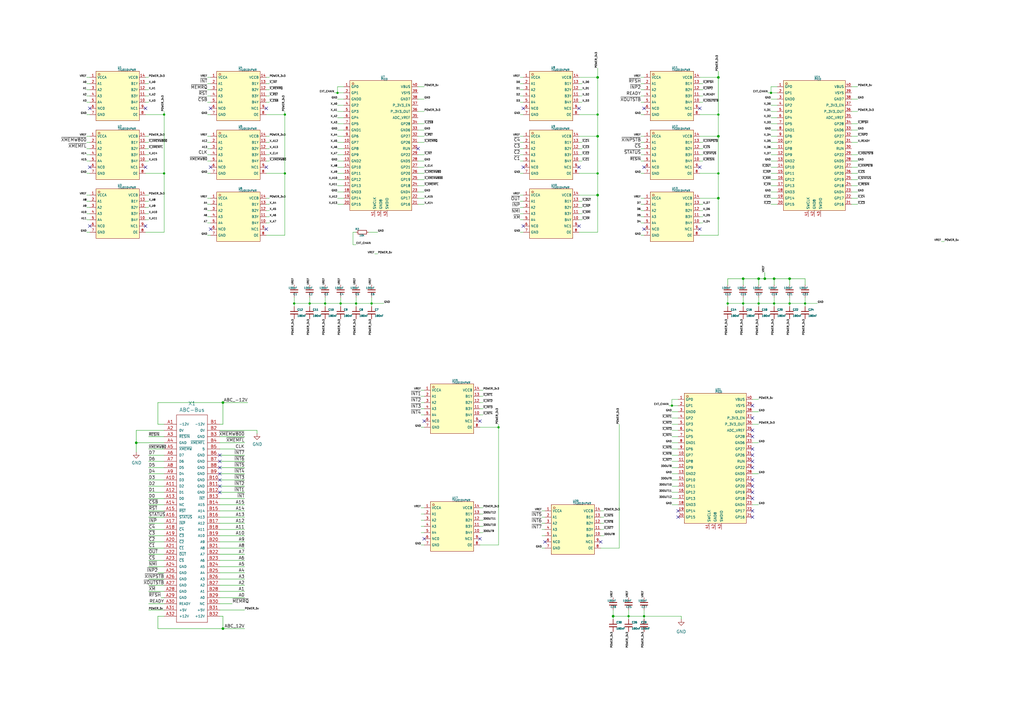
<source format=kicad_sch>
(kicad_sch
	(version 20250114)
	(generator "eeschema")
	(generator_version "9.0")
	(uuid "219df102-d28d-b743-245e-efc9439ef913")
	(paper "A3")
	(title_block
		(title "4680 LOGIC ANALYZER")
		(date "2025-09-29")
	)
	
	(junction
		(at 152.4 124.46)
		(diameter 0.762)
		(color 0 0 0 0)
		(uuid "042cc238-85ec-8300-e122-287d90dace06")
	)
	(junction
		(at 127 124.46)
		(diameter 0.762)
		(color 0 0 0 0)
		(uuid "1389c834-84ca-0b39-19be-946531520b9c")
	)
	(junction
		(at 55.88 181.61)
		(diameter 0)
		(color 0 0 0 0)
		(uuid "1e567a73-6efa-46e8-a9fe-8d39ff3a9c3d")
	)
	(junction
		(at 67.31 71.12)
		(diameter 0.762)
		(color 0 0 0 0)
		(uuid "2c53c86b-2f71-7ff7-88a2-6d117e56c654")
	)
	(junction
		(at 245.11 46.99)
		(diameter 0.762)
		(color 0 0 0 0)
		(uuid "2dc3a48d-3d42-43b1-a3c5-b1e94875dc70")
	)
	(junction
		(at 304.8 114.3)
		(diameter 0)
		(color 0 0 0 0)
		(uuid "2e56b4df-28ee-467a-afe9-f12e702d4017")
	)
	(junction
		(at 120.65 124.46)
		(diameter 0.762)
		(color 0 0 0 0)
		(uuid "2fa001f2-7827-bfc1-e04d-2b9e5f8f7d0f")
	)
	(junction
		(at 323.85 124.46)
		(diameter 0.762)
		(color 0 0 0 0)
		(uuid "34e50a99-49e1-449c-9e53-1d00c76d3d3d")
	)
	(junction
		(at 294.64 71.12)
		(diameter 0.762)
		(color 0 0 0 0)
		(uuid "3822c205-e5ce-4a0c-9944-39d6e154ee5b")
	)
	(junction
		(at 316.23 38.1)
		(diameter 0.762)
		(color 0 0 0 0)
		(uuid "3cacff9c-50d4-4e1f-b9e3-59364b758a5c")
	)
	(junction
		(at 91.44 257.81)
		(diameter 0)
		(color 0 0 0 0)
		(uuid "3cd236a6-4642-406a-bf9b-2df18be4cb23")
	)
	(junction
		(at 317.5 114.3)
		(diameter 0)
		(color 0 0 0 0)
		(uuid "40c8c057-a33b-4f7f-a7e0-413f683a6065")
	)
	(junction
		(at 139.7 124.46)
		(diameter 0.762)
		(color 0 0 0 0)
		(uuid "4177fddd-9575-740c-fedf-0b73e81dc483")
	)
	(junction
		(at 91.44 165.1)
		(diameter 0)
		(color 0 0 0 0)
		(uuid "65d440c0-c664-48c8-a0fc-18c335761bfe")
	)
	(junction
		(at 116.84 46.99)
		(diameter 0.762)
		(color 0 0 0 0)
		(uuid "670b72cf-67ef-f1a3-194d-80aadb79d309")
	)
	(junction
		(at 245.11 80.01)
		(diameter 0)
		(color 0 0 0 0)
		(uuid "6ed0b93a-5d69-47d7-94aa-da23b195c42f")
	)
	(junction
		(at 116.84 71.12)
		(diameter 0.762)
		(color 0 0 0 0)
		(uuid "72b993db-2638-e0a8-9adf-6baf8ee160c8")
	)
	(junction
		(at 294.64 55.88)
		(diameter 0)
		(color 0 0 0 0)
		(uuid "732254a6-db38-471e-8f08-618949667ce8")
	)
	(junction
		(at 311.15 114.3)
		(diameter 0)
		(color 0 0 0 0)
		(uuid "7398a49b-acdf-4769-8501-dd230ffc9ac8")
	)
	(junction
		(at 245.11 55.88)
		(diameter 0)
		(color 0 0 0 0)
		(uuid "8069843e-6cfc-4db8-8b2b-cfcbcf3b9db3")
	)
	(junction
		(at 317.5 124.46)
		(diameter 0.762)
		(color 0 0 0 0)
		(uuid "8136187f-6662-40ed-b0e4-cc39feb412ba")
	)
	(junction
		(at 257.81 252.73)
		(diameter 0.762)
		(color 0 0 0 0)
		(uuid "8885f51f-a6bb-4530-aa1b-cc2c62999697")
	)
	(junction
		(at 251.46 252.73)
		(diameter 0)
		(color 0 0 0 0)
		(uuid "8a9e453a-6419-4a5c-b066-ae0c3ac0b25c")
	)
	(junction
		(at 294.64 81.28)
		(diameter 0)
		(color 0 0 0 0)
		(uuid "9097707a-8f10-43ab-a56f-711be1fb5297")
	)
	(junction
		(at 294.64 31.75)
		(diameter 0)
		(color 0 0 0 0)
		(uuid "9b0374bd-90c9-4067-90db-698e8de7473c")
	)
	(junction
		(at 133.35 124.46)
		(diameter 0.762)
		(color 0 0 0 0)
		(uuid "9b3f248e-6d28-c8e5-b879-5039bcaad69e")
	)
	(junction
		(at 330.2 124.46)
		(diameter 0.762)
		(color 0 0 0 0)
		(uuid "9eacc73c-87bb-46d2-8140-51c9bf0bb918")
	)
	(junction
		(at 245.11 71.12)
		(diameter 0.762)
		(color 0 0 0 0)
		(uuid "aafdf8e4-9b8d-4022-be79-b4a4c0a76a07")
	)
	(junction
		(at 204.47 175.26)
		(diameter 0.762)
		(color 0 0 0 0)
		(uuid "af8c76b0-9347-4bec-b882-2712121cdf7d")
	)
	(junction
		(at 67.31 46.99)
		(diameter 0.762)
		(color 0 0 0 0)
		(uuid "b1e64ff5-77c7-96e9-8dc5-d0646f6efa27")
	)
	(junction
		(at 298.45 124.46)
		(diameter 0.762)
		(color 0 0 0 0)
		(uuid "b3584922-99e2-46ca-8643-8b505788c4df")
	)
	(junction
		(at 323.85 114.3)
		(diameter 0)
		(color 0 0 0 0)
		(uuid "b42d1c9a-5fd9-4130-867d-808997eabfe8")
	)
	(junction
		(at 294.64 46.99)
		(diameter 0.762)
		(color 0 0 0 0)
		(uuid "d7cf6443-1e3e-417e-9822-79dd4e386330")
	)
	(junction
		(at 146.05 124.46)
		(diameter 0.762)
		(color 0 0 0 0)
		(uuid "dda76ac0-10c5-ad15-8d1f-706fe933c410")
	)
	(junction
		(at 313.69 114.3)
		(diameter 0)
		(color 0 0 0 0)
		(uuid "f3b63344-1440-4c90-a477-c35fc09b881f")
	)
	(junction
		(at 304.8 124.46)
		(diameter 0.762)
		(color 0 0 0 0)
		(uuid "f6c9a5cc-982f-4bcb-926f-4f8f7da0fc05")
	)
	(junction
		(at 275.59 166.37)
		(diameter 0.762)
		(color 0 0 0 0)
		(uuid "f779fcf2-41fd-45de-bd39-65e6e6c81cec")
	)
	(junction
		(at 245.11 31.75)
		(diameter 0)
		(color 0 0 0 0)
		(uuid "f98a04d7-3349-460d-9e94-084be8e347e0")
	)
	(junction
		(at 138.43 38.1)
		(diameter 0.762)
		(color 0 0 0 0)
		(uuid "fb0dd6c2-06e5-8eec-6601-e86889114df2")
	)
	(junction
		(at 264.16 252.73)
		(diameter 0.762)
		(color 0 0 0 0)
		(uuid "fc8d4b7f-6623-4135-93a2-c311d86377a5")
	)
	(junction
		(at 311.15 124.46)
		(diameter 0.762)
		(color 0 0 0 0)
		(uuid "fd9fee67-93df-41a4-be2c-75e307e42c24")
	)
	(no_connect
		(at 237.49 44.45)
		(uuid "0822c10d-77b0-48f8-a879-b1bf7685e9f8")
	)
	(no_connect
		(at 196.85 172.72)
		(uuid "0e620c73-e011-462b-b52b-25beced29f9b")
	)
	(no_connect
		(at 173.99 172.72)
		(uuid "0e64376b-66d8-4722-9a32-8d2b78b54b44")
	)
	(no_connect
		(at 109.22 68.58)
		(uuid "0f36d4a8-ca1d-482a-b788-8140910169c4")
	)
	(no_connect
		(at 86.36 44.45)
		(uuid "1705e63e-2635-42bb-8e5d-84981c36774d")
	)
	(no_connect
		(at 308.61 212.09)
		(uuid "17f7a7c2-a839-49eb-998e-a30f5db0a4e3")
	)
	(no_connect
		(at 308.61 204.47)
		(uuid "1e3c2443-a245-4efd-bdd3-ab41079c20ea")
	)
	(no_connect
		(at 36.83 44.45)
		(uuid "2184c91e-6e19-4040-8725-8ce50213a970")
	)
	(no_connect
		(at 308.61 209.55)
		(uuid "26584e72-d846-4250-82a9-68597cf00dde")
	)
	(no_connect
		(at 86.36 68.58)
		(uuid "2ec41176-5037-4ca2-b729-937ba41985d4")
	)
	(no_connect
		(at 59.69 68.58)
		(uuid "359d1721-d496-4d2a-90aa-d900cac8f15d")
	)
	(no_connect
		(at 196.85 220.98)
		(uuid "37509411-aa4e-4e06-b09e-b52472347efc")
	)
	(no_connect
		(at 287.02 93.98)
		(uuid "3af4395f-9c92-45d3-83b1-b674f3938364")
	)
	(no_connect
		(at 36.83 92.71)
		(uuid "3f9e6669-3865-4710-934a-66be0818989b")
	)
	(no_connect
		(at 223.52 222.25)
		(uuid "41eabf9d-a9a2-4554-812f-03e181d95ea9")
	)
	(no_connect
		(at 287.02 44.45)
		(uuid "431b9770-9818-48c4-a230-4f0f1c92a169")
	)
	(no_connect
		(at 278.13 212.09)
		(uuid "43b7d455-9305-4ce3-84aa-4b236903dfab")
	)
	(no_connect
		(at 237.49 92.71)
		(uuid "49ab0fb7-37c5-4625-85bd-641f13bf5946")
	)
	(no_connect
		(at 109.22 93.98)
		(uuid "4cb375db-f1ef-438b-a00f-67c0ef004d11")
	)
	(no_connect
		(at 308.61 166.37)
		(uuid "59a02989-1d74-4b6d-ad42-e8246fb0c298")
	)
	(no_connect
		(at 308.61 201.93)
		(uuid "62d5e7a1-6846-452e-8bfa-a8f1c4097a84")
	)
	(no_connect
		(at 308.61 196.85)
		(uuid "659874a1-52c4-4af7-9e4b-6bb34690e802")
	)
	(no_connect
		(at 308.61 191.77)
		(uuid "6cc61040-0e62-4144-a056-bbb94a20c7da")
	)
	(no_connect
		(at 264.16 93.98)
		(uuid "6e55a3cb-c4ee-4eba-a946-b49b777b6f9a")
	)
	(no_connect
		(at 86.36 93.98)
		(uuid "72870677-8e39-43a4-9cd5-5ebace71ebc6")
	)
	(no_connect
		(at 264.16 44.45)
		(uuid "734ef6eb-cbbe-44ff-8d9a-83838dfce754")
	)
	(no_connect
		(at 90.17 194.31)
		(uuid "73ef7991-ed6a-48fa-886a-426c99aa9de7")
	)
	(no_connect
		(at 173.99 220.98)
		(uuid "7dec353e-12ab-40a0-87bf-fc333a88ec0f")
	)
	(no_connect
		(at 90.17 199.39)
		(uuid "891a5847-ece7-45c5-a344-fa4b56ea17dd")
	)
	(no_connect
		(at 36.83 68.58)
		(uuid "8f4d880f-9c4f-4dbc-a996-3106dc92f070")
	)
	(no_connect
		(at 59.69 92.71)
		(uuid "9608ff4c-80f8-40f7-86d9-21bdc524fd16")
	)
	(no_connect
		(at 308.61 171.45)
		(uuid "981a1154-0c24-4e71-a2b0-75735f628b09")
	)
	(no_connect
		(at 278.13 209.55)
		(uuid "9c31671a-067c-4045-bbcc-057d3af0dc84")
	)
	(no_connect
		(at 90.17 196.85)
		(uuid "a62428fe-ef09-4278-86f3-e7e5395df2b2")
	)
	(no_connect
		(at 214.63 92.71)
		(uuid "a876b991-d223-4522-9af9-ea970013fafb")
	)
	(no_connect
		(at 90.17 189.23)
		(uuid "acf0c9d1-65fa-49d6-8031-33e9aa20f888")
	)
	(no_connect
		(at 109.22 44.45)
		(uuid "b1a00071-22b3-40e1-9dc5-73bb2b4dc23b")
	)
	(no_connect
		(at 308.61 179.07)
		(uuid "b57749c9-0d4e-4f9d-9c29-c473bc5910f9")
	)
	(no_connect
		(at 214.63 44.45)
		(uuid "bae310b7-c62e-4c2f-8889-f1fdb6b5ba6b")
	)
	(no_connect
		(at 308.61 189.23)
		(uuid "bdd1ebc3-7078-4d97-947f-1c9c5c85d0b0")
	)
	(no_connect
		(at 308.61 176.53)
		(uuid "c0142cd3-c9d9-47be-b2ca-6791de958dda")
	)
	(no_connect
		(at 59.69 44.45)
		(uuid "c0937799-7866-4dcc-8a7e-1106e4539df5")
	)
	(no_connect
		(at 308.61 184.15)
		(uuid "c2d87e96-5e08-4f08-ba3c-6c355a17bde2")
	)
	(no_connect
		(at 214.63 68.58)
		(uuid "d02b8622-0f80-41b7-984f-888b5e2c8970")
	)
	(no_connect
		(at 308.61 186.69)
		(uuid "d6a1015b-19f9-44c9-9476-ff5a737442a5")
	)
	(no_connect
		(at 171.45 60.96)
		(uuid "d80f912e-668a-46f7-a8da-e2c77c6c4917")
	)
	(no_connect
		(at 90.17 186.69)
		(uuid "f0f6ac35-bfdd-4cec-ad58-2064aff0408d")
	)
	(no_connect
		(at 264.16 68.58)
		(uuid "f30fe8da-f449-40a3-a282-0759c39ddb7d")
	)
	(no_connect
		(at 237.49 68.58)
		(uuid "f5855b53-ed69-46cc-ba90-a0014dde182b")
	)
	(no_connect
		(at 90.17 191.77)
		(uuid "f63af734-de6c-45a4-aa10-11702565f8f1")
	)
	(no_connect
		(at 246.38 222.25)
		(uuid "f7a9f0ee-ed07-4c4e-8e71-e193379b9680")
	)
	(no_connect
		(at 90.17 201.93)
		(uuid "fd56f66a-d2d9-4985-84bb-9c8b99d5544e")
	)
	(no_connect
		(at 308.61 199.39)
		(uuid "ff4f4196-8feb-4ea4-a9d7-90493f2f597d")
	)
	(no_connect
		(at 287.02 68.58)
		(uuid "ff932043-9711-42b4-8bda-67b58601446b")
	)
	(wire
		(pts
			(xy 35.56 55.88) (xy 36.83 55.88)
		)
		(stroke
			(width 0.127)
			(type default)
		)
		(uuid "0028a3d3-dc29-2665-6960-d1081c2e160f")
	)
	(wire
		(pts
			(xy 172.72 160.02) (xy 173.99 160.02)
		)
		(stroke
			(width 0.127)
			(type default)
		)
		(uuid "0098c1a6-d429-43a7-971d-b0b788091590")
	)
	(wire
		(pts
			(xy 349.25 83.82) (xy 351.79 83.82)
		)
		(stroke
			(width 0.127)
			(type default)
		)
		(uuid "00f859e6-6424-4569-a8d7-a8771e0c5f5d")
	)
	(wire
		(pts
			(xy 146.05 124.46) (xy 146.05 121.92)
		)
		(stroke
			(width 0.127)
			(type default)
		)
		(uuid "01ac23ba-ab0d-34d2-110c-2e5baef817fe")
	)
	(wire
		(pts
			(xy 316.23 55.88) (xy 318.77 55.88)
		)
		(stroke
			(width 0.127)
			(type default)
		)
		(uuid "022bd2d9-a6e9-4cee-959e-0db69e00b7a7")
	)
	(wire
		(pts
			(xy 67.31 237.49) (xy 60.96 237.49)
		)
		(stroke
			(width 0)
			(type default)
		)
		(uuid "034b7682-5998-42fc-ba3f-e1d91a29a963")
	)
	(wire
		(pts
			(xy 60.96 196.85) (xy 67.31 196.85)
		)
		(stroke
			(width 0)
			(type default)
		)
		(uuid "03512c72-5c26-46d9-b64d-b872b8c8aa52")
	)
	(wire
		(pts
			(xy 213.36 63.5) (xy 214.63 63.5)
		)
		(stroke
			(width 0.127)
			(type default)
		)
		(uuid "036d8736-795f-479f-a56d-2fa1452d94a3")
	)
	(wire
		(pts
			(xy 196.85 175.26) (xy 204.47 175.26)
		)
		(stroke
			(width 0.127)
			(type default)
		)
		(uuid "03894d0f-be85-49f8-9b0b-cd2d4b1df7bd")
	)
	(wire
		(pts
			(xy 144.78 95.25) (xy 144.78 100.33)
		)
		(stroke
			(width 0.127)
			(type default)
		)
		(uuid "0562b750-03e8-fee7-fa34-0c7f97254869")
	)
	(wire
		(pts
			(xy 316.23 71.12) (xy 318.77 71.12)
		)
		(stroke
			(width 0.127)
			(type default)
		)
		(uuid "067ea5f9-8869-4286-a13f-ee952864dfcf")
	)
	(wire
		(pts
			(xy 116.84 71.12) (xy 116.84 46.99)
		)
		(stroke
			(width 0.127)
			(type default)
		)
		(uuid "070aed4b-dc83-8c34-50c6-279c56a0a7b0")
	)
	(wire
		(pts
			(xy 316.23 53.34) (xy 318.77 53.34)
		)
		(stroke
			(width 0.127)
			(type default)
		)
		(uuid "07a052af-c4b0-4618-add2-34cfcfcf90b0")
	)
	(wire
		(pts
			(xy 90.17 247.65) (xy 95.25 247.65)
		)
		(stroke
			(width 0)
			(type default)
		)
		(uuid "08df9ae4-203f-4668-804f-3d0ec4287c5c")
	)
	(wire
		(pts
			(xy 67.31 252.73) (xy 64.77 252.73)
		)
		(stroke
			(width 0)
			(type default)
		)
		(uuid "092ed550-ef8d-405a-b76a-b818ece3bd0f")
	)
	(wire
		(pts
			(xy 138.43 55.88) (xy 140.97 55.88)
		)
		(stroke
			(width 0.127)
			(type default)
		)
		(uuid "0aff7fc6-1edc-cd83-b31c-0c91081c0e66")
	)
	(wire
		(pts
			(xy 257.81 254) (xy 257.81 252.73)
		)
		(stroke
			(width 0.127)
			(type default)
		)
		(uuid "0bbfdb49-f008-4e24-b1b3-593d87aa6d28")
	)
	(wire
		(pts
			(xy 90.17 219.71) (xy 100.33 219.71)
		)
		(stroke
			(width 0)
			(type default)
		)
		(uuid "0bf072e2-5a94-4648-ab4f-56cc868174a3")
	)
	(wire
		(pts
			(xy 109.22 86.36) (xy 110.49 86.36)
		)
		(stroke
			(width 0.127)
			(type default)
		)
		(uuid "0bf39884-d41c-f268-9500-5b2baf5119f7")
	)
	(wire
		(pts
			(xy 287.02 31.75) (xy 294.64 31.75)
		)
		(stroke
			(width 0.127)
			(type default)
		)
		(uuid "0c54c06c-e2a1-4a93-92c3-9e994d1d8421")
	)
	(wire
		(pts
			(xy 246.38 224.79) (xy 254 224.79)
		)
		(stroke
			(width 0.127)
			(type default)
		)
		(uuid "0dcc93d3-84f5-41af-9386-b34781549011")
	)
	(wire
		(pts
			(xy 35.56 95.25) (xy 36.83 95.25)
		)
		(stroke
			(width 0.127)
			(type default)
		)
		(uuid "0ed75bab-49b6-8b80-4585-9da0e89684e5")
	)
	(wire
		(pts
			(xy 275.59 186.69) (xy 278.13 186.69)
		)
		(stroke
			(width 0.127)
			(type default)
		)
		(uuid "102fe8c5-9819-4878-b966-54c56af03bea")
	)
	(wire
		(pts
			(xy 287.02 34.29) (xy 288.29 34.29)
		)
		(stroke
			(width 0.127)
			(type default)
		)
		(uuid "10e01426-651b-4ff7-96bb-10d1fb63230a")
	)
	(wire
		(pts
			(xy 287.02 55.88) (xy 294.64 55.88)
		)
		(stroke
			(width 0.127)
			(type default)
		)
		(uuid "1447133e-4e69-4487-889c-113857f55f77")
	)
	(wire
		(pts
			(xy 109.22 91.44) (xy 110.49 91.44)
		)
		(stroke
			(width 0.127)
			(type default)
		)
		(uuid "14f257a3-ec02-2133-f8f8-c8351933dc14")
	)
	(wire
		(pts
			(xy 120.65 124.46) (xy 127 124.46)
		)
		(stroke
			(width 0.127)
			(type default)
		)
		(uuid "14f8343d-bf65-6bf6-4bcf-987431fddab2")
	)
	(wire
		(pts
			(xy 349.25 73.66) (xy 351.79 73.66)
		)
		(stroke
			(width 0.127)
			(type default)
		)
		(uuid "151394aa-bdab-4946-96df-5da27b0c44d2")
	)
	(wire
		(pts
			(xy 91.44 252.73) (xy 90.17 252.73)
		)
		(stroke
			(width 0)
			(type default)
		)
		(uuid "154d66e0-429f-4345-b7c1-de73605249fe")
	)
	(wire
		(pts
			(xy 275.59 168.91) (xy 278.13 168.91)
		)
		(stroke
			(width 0.127)
			(type default)
		)
		(uuid "15a2e8d2-030f-4fed-8209-6f49b8dfa173")
	)
	(wire
		(pts
			(xy 85.09 81.28) (xy 86.36 81.28)
		)
		(stroke
			(width 0.127)
			(type default)
		)
		(uuid "178ec76e-341e-be1d-a926-aeb2d8da66db")
	)
	(wire
		(pts
			(xy 60.96 232.41) (xy 67.31 232.41)
		)
		(stroke
			(width 0)
			(type default)
		)
		(uuid "179031f8-5400-4877-83be-dbe24abf7f19")
	)
	(wire
		(pts
			(xy 316.23 78.74) (xy 318.77 78.74)
		)
		(stroke
			(width 0.127)
			(type default)
		)
		(uuid "18628061-31cc-45bc-a394-d08c35105d62")
	)
	(wire
		(pts
			(xy 251.46 252.73) (xy 257.81 252.73)
		)
		(stroke
			(width 0.127)
			(type default)
		)
		(uuid "1898f87a-8668-4d09-a054-be421c4f42c0")
	)
	(wire
		(pts
			(xy 91.44 165.1) (xy 91.44 173.99)
		)
		(stroke
			(width 0)
			(type default)
		)
		(uuid "18baa678-aa24-4f9a-b53f-e785ff1da08b")
	)
	(wire
		(pts
			(xy 109.22 63.5) (xy 110.49 63.5)
		)
		(stroke
			(width 0.127)
			(type default)
		)
		(uuid "1c112ab4-ea79-3f0c-600d-ad767cb2c14b")
	)
	(wire
		(pts
			(xy 133.35 125.73) (xy 133.35 124.46)
		)
		(stroke
			(width 0.127)
			(type default)
		)
		(uuid "1cc39c3b-dd27-b8e8-4b12-383953f50332")
	)
	(wire
		(pts
			(xy 171.45 76.2) (xy 173.99 76.2)
		)
		(stroke
			(width 0.127)
			(type default)
		)
		(uuid "1d282c3d-e1fe-163c-3e76-a3b53287425c")
	)
	(wire
		(pts
			(xy 60.96 209.55) (xy 67.31 209.55)
		)
		(stroke
			(width 0)
			(type default)
		)
		(uuid "1e24cee0-bd1b-48c0-9e81-1303d405048f")
	)
	(wire
		(pts
			(xy 171.45 50.8) (xy 173.99 50.8)
		)
		(stroke
			(width 0.127)
			(type default)
		)
		(uuid "1ea09940-e562-effa-e892-fe5ad12e13ed")
	)
	(wire
		(pts
			(xy 90.17 207.01) (xy 100.33 207.01)
		)
		(stroke
			(width 0)
			(type default)
		)
		(uuid "1ef4daf0-8068-408b-94fe-d8542cc4fd67")
	)
	(wire
		(pts
			(xy 274.32 166.37) (xy 275.59 166.37)
		)
		(stroke
			(width 0.127)
			(type default)
		)
		(uuid "1f879774-8071-4ac0-a771-c7800c3dbce2")
	)
	(wire
		(pts
			(xy 349.25 55.88) (xy 351.79 55.88)
		)
		(stroke
			(width 0.127)
			(type default)
		)
		(uuid "21458000-a4f0-4fd2-aa29-bcf0dbd4ce26")
	)
	(wire
		(pts
			(xy 127 124.46) (xy 133.35 124.46)
		)
		(stroke
			(width 0.127)
			(type default)
		)
		(uuid "218e2876-868e-496c-8359-780191896fae")
	)
	(wire
		(pts
			(xy 349.25 50.8) (xy 351.79 50.8)
		)
		(stroke
			(width 0.127)
			(type default)
		)
		(uuid "2230d108-2a6f-4667-82cb-fccb20d49be6")
	)
	(wire
		(pts
			(xy 90.17 242.57) (xy 100.33 242.57)
		)
		(stroke
			(width 0)
			(type default)
		)
		(uuid "22e2c0b2-577b-4299-9201-5e9159eb179f")
	)
	(wire
		(pts
			(xy 171.45 81.28) (xy 173.99 81.28)
		)
		(stroke
			(width 0.127)
			(type default)
		)
		(uuid "23eaa51d-4414-4f26-5967-48d0fccf0548")
	)
	(wire
		(pts
			(xy 59.69 34.29) (xy 60.96 34.29)
		)
		(stroke
			(width 0.127)
			(type default)
		)
		(uuid "2445749e-755f-c3f1-38cd-f490e0dff169")
	)
	(wire
		(pts
			(xy 144.78 95.25) (xy 146.05 95.25)
		)
		(stroke
			(width 0.127)
			(type default)
		)
		(uuid "24eeb98f-1012-2f7b-d6c7-2f0de9df888c")
	)
	(wire
		(pts
			(xy 237.49 87.63) (xy 238.76 87.63)
		)
		(stroke
			(width 0.127)
			(type default)
		)
		(uuid "255ecd5f-f262-4d98-9821-0d5e5cce1c16")
	)
	(wire
		(pts
			(xy 138.43 81.28) (xy 140.97 81.28)
		)
		(stroke
			(width 0.127)
			(type default)
		)
		(uuid "256b5ab9-7b74-29e4-9c1a-925ad42a7517")
	)
	(wire
		(pts
			(xy 171.45 58.42) (xy 173.99 58.42)
		)
		(stroke
			(width 0.127)
			(type default)
		)
		(uuid "2710b291-9114-02ff-2188-aa6637024598")
	)
	(wire
		(pts
			(xy 59.69 63.5) (xy 60.96 63.5)
		)
		(stroke
			(width 0.127)
			(type default)
		)
		(uuid "27564917-eb46-5190-1aa0-82aeb524e22f")
	)
	(wire
		(pts
			(xy 262.89 86.36) (xy 264.16 86.36)
		)
		(stroke
			(width 0.127)
			(type default)
		)
		(uuid "282d3cbe-eff1-483d-8c20-f877f4b3f94d")
	)
	(wire
		(pts
			(xy 237.49 82.55) (xy 238.76 82.55)
		)
		(stroke
			(width 0.127)
			(type default)
		)
		(uuid "28aa0042-a22a-4ae7-829d-897596e62db9")
	)
	(wire
		(pts
			(xy 171.45 35.56) (xy 173.99 35.56)
		)
		(stroke
			(width 0.127)
			(type default)
		)
		(uuid "291d4833-1b03-f1ee-e86d-f77d48df4e94")
	)
	(wire
		(pts
			(xy 139.7 124.46) (xy 146.05 124.46)
		)
		(stroke
			(width 0.127)
			(type default)
		)
		(uuid "294ca8a1-3458-f4fd-7040-f80d4ef2f541")
	)
	(wire
		(pts
			(xy 222.25 224.79) (xy 223.52 224.79)
		)
		(stroke
			(width 0.127)
			(type default)
		)
		(uuid "29b46a01-b496-4526-ad06-04f4ab440493")
	)
	(wire
		(pts
			(xy 172.72 165.1) (xy 173.99 165.1)
		)
		(stroke
			(width 0.127)
			(type default)
		)
		(uuid "2a0b008b-5cf0-42a7-9447-749623b9436e")
	)
	(wire
		(pts
			(xy 287.02 36.83) (xy 288.29 36.83)
		)
		(stroke
			(width 0.127)
			(type default)
		)
		(uuid "2a22d5ed-e6bd-4c76-94ce-d0a3be12bc1b")
	)
	(wire
		(pts
			(xy 287.02 63.5) (xy 288.29 63.5)
		)
		(stroke
			(width 0.127)
			(type default)
		)
		(uuid "2b69a9a2-5acb-4a85-af29-e9750d6cb09e")
	)
	(wire
		(pts
			(xy 59.69 87.63) (xy 60.96 87.63)
		)
		(stroke
			(width 0.127)
			(type default)
		)
		(uuid "2b7c7bdd-d60d-bcde-9fb0-2e8d8afae1de")
	)
	(wire
		(pts
			(xy 35.56 58.42) (xy 36.83 58.42)
		)
		(stroke
			(width 0.127)
			(type default)
		)
		(uuid "2b82050b-3d81-13a1-2b08-cbb7a2459793")
	)
	(wire
		(pts
			(xy 91.44 257.81) (xy 100.33 257.81)
		)
		(stroke
			(width 0)
			(type default)
		)
		(uuid "2c0c8dd4-c143-455c-a186-accc08a6a965")
	)
	(wire
		(pts
			(xy 35.56 85.09) (xy 36.83 85.09)
		)
		(stroke
			(width 0.127)
			(type default)
		)
		(uuid "2c2366e1-2ec8-d4cb-63c1-31f076ea1e3b")
	)
	(wire
		(pts
			(xy 245.11 55.88) (xy 245.11 46.99)
		)
		(stroke
			(width 0.127)
			(type default)
		)
		(uuid "2cdb1690-559a-4fab-97f5-4da12fd33189")
	)
	(wire
		(pts
			(xy 294.64 81.28) (xy 294.64 71.12)
		)
		(stroke
			(width 0.127)
			(type default)
		)
		(uuid "2d968a2a-c2ea-402e-903b-1131a40291c1")
	)
	(wire
		(pts
			(xy 196.85 160.02) (xy 198.12 160.02)
		)
		(stroke
			(width 0.127)
			(type default)
		)
		(uuid "2e97ae37-3110-496e-bd95-be711781955d")
	)
	(wire
		(pts
			(xy 213.36 90.17) (xy 214.63 90.17)
		)
		(stroke
			(width 0.127)
			(type default)
		)
		(uuid "2f141998-8cb0-4a22-8aac-2eb4b7845599")
	)
	(wire
		(pts
			(xy 60.96 224.79) (xy 67.31 224.79)
		)
		(stroke
			(width 0)
			(type default)
		)
		(uuid "2f4f9dcb-4f7a-42a4-a5a8-99a0d792f7c4")
	)
	(wire
		(pts
			(xy 245.11 31.75) (xy 245.11 46.99)
		)
		(stroke
			(width 0.127)
			(type default)
		)
		(uuid "3007ffae-38b5-47d4-9d7a-9999a0587b0a")
	)
	(wire
		(pts
			(xy 138.43 35.56) (xy 140.97 35.56)
		)
		(stroke
			(width 0.127)
			(type default)
		)
		(uuid "305cbae5-bbce-800d-5009-7034988a1c8b")
	)
	(wire
		(pts
			(xy 60.96 207.01) (xy 67.31 207.01)
		)
		(stroke
			(width 0)
			(type default)
		)
		(uuid "31ad2824-3cf0-4b54-ba78-07de355f9205")
	)
	(wire
		(pts
			(xy 85.09 58.42) (xy 86.36 58.42)
		)
		(stroke
			(width 0.127)
			(type default)
		)
		(uuid "31b347d8-a106-ce3a-a3a2-ea9c49315e1e")
	)
	(wire
		(pts
			(xy 138.43 38.1) (xy 138.43 35.56)
		)
		(stroke
			(width 0.127)
			(type default)
		)
		(uuid "31eedf15-8866-a387-33d0-b71e16dadf6e")
	)
	(wire
		(pts
			(xy 311.15 124.46) (xy 311.15 121.92)
		)
		(stroke
			(width 0.127)
			(type default)
		)
		(uuid "32243b72-05b1-46bf-ac83-7edc2edd5b88")
	)
	(wire
		(pts
			(xy 262.89 31.75) (xy 264.16 31.75)
		)
		(stroke
			(width 0.127)
			(type default)
		)
		(uuid "32424c5d-c7bb-4b25-af11-21da4e9a1a78")
	)
	(wire
		(pts
			(xy 59.69 60.96) (xy 60.96 60.96)
		)
		(stroke
			(width 0.127)
			(type default)
		)
		(uuid "32b7c463-5369-230f-eac9-c2e9c843f497")
	)
	(wire
		(pts
			(xy 316.23 58.42) (xy 318.77 58.42)
		)
		(stroke
			(width 0.127)
			(type default)
		)
		(uuid "32c6db15-47db-4372-a2bc-dd841c5ee4ed")
	)
	(wire
		(pts
			(xy 287.02 39.37) (xy 288.29 39.37)
		)
		(stroke
			(width 0.127)
			(type default)
		)
		(uuid "32c89a83-323f-49a7-8916-f5deab09eafd")
	)
	(wire
		(pts
			(xy 64.77 257.81) (xy 91.44 257.81)
		)
		(stroke
			(width 0)
			(type default)
		)
		(uuid "32dcebc2-4d14-45ee-afa3-df4526d95cab")
	)
	(wire
		(pts
			(xy 262.89 36.83) (xy 264.16 36.83)
		)
		(stroke
			(width 0.127)
			(type default)
		)
		(uuid "333b51ee-39c3-4b34-9c15-63c713dd7056")
	)
	(wire
		(pts
			(xy 287.02 96.52) (xy 294.64 96.52)
		)
		(stroke
			(width 0.127)
			(type default)
		)
		(uuid "3363c25c-c96a-47ec-a08a-2f5518b2a610")
	)
	(wire
		(pts
			(xy 264.16 252.73) (xy 279.4 252.73)
		)
		(stroke
			(width 0.127)
			(type default)
		)
		(uuid "33705d55-1292-4039-b7d1-933b24963e6c")
	)
	(wire
		(pts
			(xy 85.09 46.99) (xy 86.36 46.99)
		)
		(stroke
			(width 0.127)
			(type default)
		)
		(uuid "33dc48af-0cbe-25b8-5d31-1ec0d3ef7c03")
	)
	(wire
		(pts
			(xy 237.49 41.91) (xy 238.76 41.91)
		)
		(stroke
			(width 0.127)
			(type default)
		)
		(uuid "3578cf0e-2402-46ff-a803-7c811f66da67")
	)
	(wire
		(pts
			(xy 171.45 78.74) (xy 173.99 78.74)
		)
		(stroke
			(width 0.127)
			(type default)
		)
		(uuid "35d81f2e-2783-f683-69b6-4b70b8b9bb8a")
	)
	(wire
		(pts
			(xy 171.45 73.66) (xy 173.99 73.66)
		)
		(stroke
			(width 0.127)
			(type default)
		)
		(uuid "36b4d687-84ab-b3b3-538b-29dad6a76053")
	)
	(wire
		(pts
			(xy 90.17 250.19) (xy 100.33 250.19)
		)
		(stroke
			(width 0)
			(type default)
		)
		(uuid "370fcb22-6417-4377-8d7a-25c0927772bc")
	)
	(wire
		(pts
			(xy 59.69 90.17) (xy 60.96 90.17)
		)
		(stroke
			(width 0.127)
			(type default)
		)
		(uuid "37a79177-d3c8-f702-8602-b58b900e00fb")
	)
	(wire
		(pts
			(xy 257.81 252.73) (xy 264.16 252.73)
		)
		(stroke
			(width 0.127)
			(type default)
		)
		(uuid "37b8cfe4-8317-4292-aab1-efda0578e4fc")
	)
	(wire
		(pts
			(xy 172.72 215.9) (xy 173.99 215.9)
		)
		(stroke
			(width 0.127)
			(type default)
		)
		(uuid "37c34b3f-a088-4d62-ac00-38a528d13591")
	)
	(wire
		(pts
			(xy 316.23 43.18) (xy 318.77 43.18)
		)
		(stroke
			(width 0.127)
			(type default)
		)
		(uuid "387ac3d0-d490-472a-a8c5-61b6c6daa8be")
	)
	(wire
		(pts
			(xy 245.11 95.25) (xy 245.11 80.01)
		)
		(stroke
			(width 0.127)
			(type default)
		)
		(uuid "395f045f-ff8e-49f4-abc0-367329acaafa")
	)
	(wire
		(pts
			(xy 138.43 78.74) (xy 140.97 78.74)
		)
		(stroke
			(width 0.127)
			(type default)
		)
		(uuid "396d7780-097b-062d-ce0f-43e9524eb2ec")
	)
	(wire
		(pts
			(xy 262.89 63.5) (xy 264.16 63.5)
		)
		(stroke
			(width 0.127)
			(type default)
		)
		(uuid "399446f9-6f15-4ab3-9d3a-3a7aa6250b5b")
	)
	(wire
		(pts
			(xy 90.17 196.85) (xy 100.33 196.85)
		)
		(stroke
			(width 0)
			(type default)
		)
		(uuid "3a309c35-9c7f-4100-92de-54c8506611d3")
	)
	(wire
		(pts
			(xy 386.08 99.06) (xy 387.35 99.06)
		)
		(stroke
			(width 0.127)
			(type default)
		)
		(uuid "3a6ce560-9a4c-4b80-bb03-4faba2ca1684")
	)
	(wire
		(pts
			(xy 294.64 55.88) (xy 294.64 46.99)
		)
		(stroke
			(width 0.127)
			(type default)
		)
		(uuid "3ac18c83-458c-436a-9b99-a524b0236d47")
	)
	(wire
		(pts
			(xy 275.59 173.99) (xy 278.13 173.99)
		)
		(stroke
			(width 0.127)
			(type default)
		)
		(uuid "3ac3c03f-0c35-41ee-b4c0-953dca220d56")
	)
	(wire
		(pts
			(xy 171.45 83.82) (xy 173.99 83.82)
		)
		(stroke
			(width 0.127)
			(type default)
		)
		(uuid "3b629278-67da-a3b7-5768-e9cc834c20ed")
	)
	(wire
		(pts
			(xy 316.23 73.66) (xy 318.77 73.66)
		)
		(stroke
			(width 0.127)
			(type default)
		)
		(uuid "3b9ed72a-f24d-4162-a054-3e3bd5ff8ac5")
	)
	(wire
		(pts
			(xy 67.31 173.99) (xy 64.77 173.99)
		)
		(stroke
			(width 0)
			(type default)
		)
		(uuid "3bb5f1f3-29c2-4970-9a97-6ab9e6e4190e")
	)
	(wire
		(pts
			(xy 308.61 194.31) (xy 311.15 194.31)
		)
		(stroke
			(width 0)
			(type default)
		)
		(uuid "3bfdccf5-f1d1-45f3-b96a-ed690a92aba2")
	)
	(wire
		(pts
			(xy 262.89 83.82) (xy 264.16 83.82)
		)
		(stroke
			(width 0.127)
			(type default)
		)
		(uuid "3cfa7c00-d38e-4e35-9770-c39444b7c0c4")
	)
	(wire
		(pts
			(xy 237.49 39.37) (xy 238.76 39.37)
		)
		(stroke
			(width 0.127)
			(type default)
		)
		(uuid "3d7b8615-16c3-46ae-9021-4252fe5639e1")
	)
	(wire
		(pts
			(xy 59.69 82.55) (xy 60.96 82.55)
		)
		(stroke
			(width 0.127)
			(type default)
		)
		(uuid "3d8d80ea-4324-1bab-ab0b-11bfed455210")
	)
	(wire
		(pts
			(xy 262.89 55.88) (xy 264.16 55.88)
		)
		(stroke
			(width 0.127)
			(type default)
		)
		(uuid "3dcefcf8-5b26-477a-86a3-a89b9cebbf48")
	)
	(wire
		(pts
			(xy 138.43 58.42) (xy 140.97 58.42)
		)
		(stroke
			(width 0.127)
			(type default)
		)
		(uuid "3eabe863-66ad-41db-d0cb-e70314a449a8")
	)
	(wire
		(pts
			(xy 67.31 95.25) (xy 67.31 71.12)
		)
		(stroke
			(width 0.127)
			(type default)
		)
		(uuid "3f3077af-10d3-3f45-69f8-5a4ec4a3f964")
	)
	(wire
		(pts
			(xy 35.56 46.99) (xy 36.83 46.99)
		)
		(stroke
			(width 0.127)
			(type default)
		)
		(uuid "3f4aa8e9-a9e1-36e0-18d6-c64ae270bf14")
	)
	(wire
		(pts
			(xy 294.64 31.75) (xy 294.64 45.72)
		)
		(stroke
			(width 0)
			(type default)
		)
		(uuid "3fceaac6-ec05-447f-85c4-3f3865d4a6f8")
	)
	(wire
		(pts
			(xy 246.38 219.71) (xy 247.65 219.71)
		)
		(stroke
			(width 0.127)
			(type default)
		)
		(uuid "40090c22-da6f-4117-a55b-28a081d62978")
	)
	(wire
		(pts
			(xy 85.09 91.44) (xy 86.36 91.44)
		)
		(stroke
			(width 0.127)
			(type default)
		)
		(uuid "401b5d10-9ef9-1753-7df5-83510a6de0be")
	)
	(wire
		(pts
			(xy 262.89 88.9) (xy 264.16 88.9)
		)
		(stroke
			(width 0.127)
			(type default)
		)
		(uuid "40ad4b97-155d-46b3-9367-b87eaf1aa91b")
	)
	(wire
		(pts
			(xy 245.11 80.01) (xy 245.11 71.12)
		)
		(stroke
			(width 0.127)
			(type default)
		)
		(uuid "40b577b5-65fe-433d-b667-44ce59a69f01")
	)
	(wire
		(pts
			(xy 109.22 81.28) (xy 110.49 81.28)
		)
		(stroke
			(width 0.127)
			(type default)
		)
		(uuid "42818a81-34ae-ac73-c880-d3b86b0c7513")
	)
	(wire
		(pts
			(xy 138.43 66.04) (xy 140.97 66.04)
		)
		(stroke
			(width 0.127)
			(type default)
		)
		(uuid "42a30956-f3ab-475f-49f3-44c71dcf7b60")
	)
	(wire
		(pts
			(xy 275.59 176.53) (xy 278.13 176.53)
		)
		(stroke
			(width 0.127)
			(type default)
		)
		(uuid "431d6c52-1a47-45aa-8574-d048c29c0a0e")
	)
	(wire
		(pts
			(xy 138.43 38.1) (xy 140.97 38.1)
		)
		(stroke
			(width 0.127)
			(type default)
		)
		(uuid "43a15b6e-0012-d248-4150-58bc673894b6")
	)
	(wire
		(pts
			(xy 316.23 48.26) (xy 318.77 48.26)
		)
		(stroke
			(width 0.127)
			(type default)
		)
		(uuid "43d8fdbd-5380-45f9-bfd9-aaca1372232c")
	)
	(wire
		(pts
			(xy 304.8 125.73) (xy 304.8 124.46)
		)
		(stroke
			(width 0.127)
			(type default)
		)
		(uuid "43e1034c-1ea0-439b-88f3-b43b883958cd")
	)
	(wire
		(pts
			(xy 85.09 55.88) (xy 86.36 55.88)
		)
		(stroke
			(width 0.127)
			(type default)
		)
		(uuid "4602ee9b-adc5-3b8b-2ead-f51464ec05d2")
	)
	(wire
		(pts
			(xy 91.44 257.81) (xy 91.44 252.73)
		)
		(stroke
			(width 0)
			(type default)
		)
		(uuid "460837ee-33b2-4151-857c-22bbf0540dfa")
	)
	(wire
		(pts
			(xy 60.96 201.93) (xy 67.31 201.93)
		)
		(stroke
			(width 0)
			(type default)
		)
		(uuid "47b109ba-99a7-4cc0-aa6b-b98426d5b291")
	)
	(wire
		(pts
			(xy 245.11 31.75) (xy 245.11 27.94)
		)
		(stroke
			(width 0.127)
			(type default)
		)
		(uuid "48dfaa4e-0d00-40aa-a450-1f448403f183")
	)
	(wire
		(pts
			(xy 90.17 240.03) (xy 100.33 240.03)
		)
		(stroke
			(width 0)
			(type default)
		)
		(uuid "492536e0-9041-4b21-bb23-0d5c248ce1b6")
	)
	(wire
		(pts
			(xy 109.22 88.9) (xy 110.49 88.9)
		)
		(stroke
			(width 0.127)
			(type default)
		)
		(uuid "4966511e-2f30-7eeb-3f66-0dbbad6f3047")
	)
	(wire
		(pts
			(xy 139.7 125.73) (xy 139.7 124.46)
		)
		(stroke
			(width 0.127)
			(type default)
		)
		(uuid "4a3e7240-f558-6c76-7b4c-acdba4899aff")
	)
	(wire
		(pts
			(xy 349.25 71.12) (xy 351.79 71.12)
		)
		(stroke
			(width 0.127)
			(type default)
		)
		(uuid "4ad257a5-e87a-468a-b298-4c8be50999cb")
	)
	(wire
		(pts
			(xy 323.85 124.46) (xy 323.85 121.92)
		)
		(stroke
			(width 0.127)
			(type default)
		)
		(uuid "4b557206-65c1-4ac4-8722-b67adb095ec8")
	)
	(wire
		(pts
			(xy 35.56 39.37) (xy 36.83 39.37)
		)
		(stroke
			(width 0.127)
			(type default)
		)
		(uuid "4bb72a17-ee1b-95d1-05c0-359aef2aa898")
	)
	(wire
		(pts
			(xy 316.23 50.8) (xy 318.77 50.8)
		)
		(stroke
			(width 0.127)
			(type default)
		)
		(uuid "4e1cbfc3-f9bb-4294-accf-10417dd3ef71")
	)
	(wire
		(pts
			(xy 90.17 201.93) (xy 100.33 201.93)
		)
		(stroke
			(width 0)
			(type default)
		)
		(uuid "4e373e73-f582-4c34-b07d-e472e5a68225")
	)
	(wire
		(pts
			(xy 172.72 213.36) (xy 173.99 213.36)
		)
		(stroke
			(width 0.127)
			(type default)
		)
		(uuid "4fd2bc96-68ea-4b00-b17f-d1402d8b814d")
	)
	(wire
		(pts
			(xy 275.59 194.31) (xy 278.13 194.31)
		)
		(stroke
			(width 0.127)
			(type default)
		)
		(uuid "505d45cc-548d-4526-8c78-70b2e0efc05c")
	)
	(wire
		(pts
			(xy 298.45 124.46) (xy 298.45 121.92)
		)
		(stroke
			(width 0.127)
			(type default)
		)
		(uuid "52323522-8276-488d-9ab2-1fb14998b54c")
	)
	(wire
		(pts
			(xy 294.64 96.52) (xy 294.64 81.28)
		)
		(stroke
			(width 0.127)
			(type default)
		)
		(uuid "523e5ddd-8af8-4f4b-8743-4ddee8d44725")
	)
	(wire
		(pts
			(xy 317.5 124.46) (xy 317.5 121.92)
		)
		(stroke
			(width 0.127)
			(type default)
		)
		(uuid "5240bc29-6ed2-4df9-a9d7-0c6c0744d0c2")
	)
	(wire
		(pts
			(xy 275.59 196.85) (xy 278.13 196.85)
		)
		(stroke
			(width 0.127)
			(type default)
		)
		(uuid "5370cfb2-a485-49b2-be96-1bf352f2287c")
	)
	(wire
		(pts
			(xy 59.69 58.42) (xy 60.96 58.42)
		)
		(stroke
			(width 0.127)
			(type default)
		)
		(uuid "53811e8e-94da-3f94-4f74-68543406f5d1")
	)
	(wire
		(pts
			(xy 323.85 125.73) (xy 323.85 124.46)
		)
		(stroke
			(width 0.127)
			(type default)
		)
		(uuid "5418203f-619a-4414-be43-746bbdd7eb3e")
	)
	(wire
		(pts
			(xy 109.22 41.91) (xy 110.49 41.91)
		)
		(stroke
			(width 0.127)
			(type default)
		)
		(uuid "542ae4d4-1cdc-74ca-94b9-4ec043e25773")
	)
	(wire
		(pts
			(xy 171.45 53.34) (xy 173.99 53.34)
		)
		(stroke
			(width 0.127)
			(type default)
		)
		(uuid "54a3e5c4-a7c6-4bb1-1b62-80d813ea74b7")
	)
	(wire
		(pts
			(xy 90.17 179.07) (xy 100.33 179.07)
		)
		(stroke
			(width 0)
			(type default)
		)
		(uuid "5513bbc3-e290-4fba-9fbd-730fbb64ed8f")
	)
	(wire
		(pts
			(xy 64.77 173.99) (xy 64.77 165.1)
		)
		(stroke
			(width 0)
			(type default)
		)
		(uuid "56f60f4e-ac56-4677-9918-78448535a9c2")
	)
	(wire
		(pts
			(xy 237.49 71.12) (xy 245.11 71.12)
		)
		(stroke
			(width 0.127)
			(type default)
		)
		(uuid "577f0e58-8d4e-420e-84bd-6a80e65ab9d2")
	)
	(wire
		(pts
			(xy 196.85 218.44) (xy 198.12 218.44)
		)
		(stroke
			(width 0.127)
			(type default)
		)
		(uuid "57be7992-b17b-4f5b-9a86-89f63b40e1b0")
	)
	(wire
		(pts
			(xy 60.96 189.23) (xy 67.31 189.23)
		)
		(stroke
			(width 0)
			(type default)
		)
		(uuid "58455ac6-8d04-4ffc-9117-b3070bb6bc0f")
	)
	(wire
		(pts
			(xy 60.96 227.33) (xy 67.31 227.33)
		)
		(stroke
			(width 0)
			(type default)
		)
		(uuid "5880a1f7-06b1-42e0-85b2-317a6872565c")
	)
	(wire
		(pts
			(xy 213.36 95.25) (xy 214.63 95.25)
		)
		(stroke
			(width 0.127)
			(type default)
		)
		(uuid "588a8220-0a91-4382-9b1b-9610ca42f523")
	)
	(wire
		(pts
			(xy 304.8 114.3) (xy 304.8 116.84)
		)
		(stroke
			(width 0)
			(type default)
		)
		(uuid "596f2e25-3fb4-4e14-bf4a-1f38b4dba799")
	)
	(wire
		(pts
			(xy 109.22 39.37) (xy 110.49 39.37)
		)
		(stroke
			(width 0.127)
			(type default)
		)
		(uuid "5a316fca-12eb-2f35-13b4-f78da20202a5")
	)
	(wire
		(pts
			(xy 308.61 207.01) (xy 311.15 207.01)
		)
		(stroke
			(width 0.127)
			(type default)
		)
		(uuid "5a679abf-3481-4a5c-a0d7-17c03a434cb5")
	)
	(wire
		(pts
			(xy 317.5 124.46) (xy 323.85 124.46)
		)
		(stroke
			(width 0.127)
			(type default)
		)
		(uuid "5b57b433-8b27-4d47-b31f-f7dc845b0e6a")
	)
	(wire
		(pts
			(xy 90.17 224.79) (xy 100.33 224.79)
		)
		(stroke
			(width 0)
			(type default)
		)
		(uuid "5c2ea49c-ae9c-4ec3-b58a-df62ae204660")
	)
	(wire
		(pts
			(xy 330.2 114.3) (xy 330.2 116.84)
		)
		(stroke
			(width 0)
			(type default)
		)
		(uuid "5c359c6d-d123-4c93-b4c3-d6a25165c630")
	)
	(wire
		(pts
			(xy 275.59 163.83) (xy 278.13 163.83)
		)
		(stroke
			(width 0.127)
			(type default)
		)
		(uuid "5db97229-5741-4ae5-aaff-3135a955f768")
	)
	(wire
		(pts
			(xy 204.47 175.26) (xy 204.47 173.99)
		)
		(stroke
			(width 0.127)
			(type default)
		)
		(uuid "5dd542a5-6396-4fa5-8981-40593bb2667b")
	)
	(wire
		(pts
			(xy 213.36 46.99) (xy 214.63 46.99)
		)
		(stroke
			(width 0.127)
			(type default)
		)
		(uuid "5ddb6425-5eb0-4c5a-b5fb-4e89cea7c305")
	)
	(wire
		(pts
			(xy 109.22 66.04) (xy 110.49 66.04)
		)
		(stroke
			(width 0.127)
			(type default)
		)
		(uuid "5de36a13-56ae-1333-2d4c-a70a9f0837c6")
	)
	(wire
		(pts
			(xy 349.25 35.56) (xy 351.79 35.56)
		)
		(stroke
			(width 0.127)
			(type default)
		)
		(uuid "5fbc343a-d020-4de1-83b2-b1a0d70a255c")
	)
	(wire
		(pts
			(xy 90.17 232.41) (xy 100.33 232.41)
		)
		(stroke
			(width 0)
			(type default)
		)
		(uuid "5fc2b517-d5ff-4380-a71e-d31dfe89537e")
	)
	(wire
		(pts
			(xy 153.67 104.14) (xy 154.94 104.14)
		)
		(stroke
			(width 0.127)
			(type default)
		)
		(uuid "60a25317-5391-1bae-38d0-a7550f78f7b5")
	)
	(wire
		(pts
			(xy 85.09 41.91) (xy 86.36 41.91)
		)
		(stroke
			(width 0.127)
			(type default)
		)
		(uuid "60a55d3e-eb92-c3db-75bf-2f14005ccd82")
	)
	(wire
		(pts
			(xy 109.22 60.96) (xy 110.49 60.96)
		)
		(stroke
			(width 0.127)
			(type default)
		)
		(uuid "616ee677-1649-3455-e105-aff1582c1c0f")
	)
	(wire
		(pts
			(xy 60.96 212.09) (xy 67.31 212.09)
		)
		(stroke
			(width 0)
			(type default)
		)
		(uuid "61fc3e4d-0887-4784-86e7-998b6981c1f5")
	)
	(wire
		(pts
			(xy 109.22 58.42) (xy 110.49 58.42)
		)
		(stroke
			(width 0.127)
			(type default)
		)
		(uuid "6270d4ff-f9ac-092e-3cf4-8ab8e1d98d06")
	)
	(wire
		(pts
			(xy 59.69 46.99) (xy 67.31 46.99)
		)
		(stroke
			(width 0.127)
			(type default)
		)
		(uuid "62e125b0-a100-8015-75f5-1f8c5648a939")
	)
	(wire
		(pts
			(xy 85.09 86.36) (xy 86.36 86.36)
		)
		(stroke
			(width 0.127)
			(type default)
		)
		(uuid "62f82bc9-4e96-57bc-b1a4-cbdee4137b8c")
	)
	(wire
		(pts
			(xy 152.4 124.46) (xy 157.48 124.46)
		)
		(stroke
			(width 0.127)
			(type default)
		)
		(uuid "6398f08c-0001-cc41-4b06-7456f9edd5da")
	)
	(wire
		(pts
			(xy 330.2 125.73) (xy 330.2 124.46)
		)
		(stroke
			(width 0.127)
			(type default)
		)
		(uuid "63aafb45-081c-40cf-ad15-ba56f32c476b")
	)
	(wire
		(pts
			(xy 172.72 167.64) (xy 173.99 167.64)
		)
		(stroke
			(width 0.127)
			(type default)
		)
		(uuid "63f47cea-8f6d-458d-968d-3779032eb740")
	)
	(wire
		(pts
			(xy 109.22 46.99) (xy 116.84 46.99)
		)
		(stroke
			(width 0.127)
			(type default)
		)
		(uuid "644476e5-0971-9107-e47c-b65e6328ec43")
	)
	(wire
		(pts
			(xy 85.09 96.52) (xy 86.36 96.52)
		)
		(stroke
			(width 0.127)
			(type default)
		)
		(uuid "64b50317-2556-e185-f919-14b0fb436ef1")
	)
	(wire
		(pts
			(xy 171.45 45.72) (xy 173.99 45.72)
		)
		(stroke
			(width 0.127)
			(type default)
		)
		(uuid "64c0d931-6a3f-90ba-b8cb-d5b564c58953")
	)
	(wire
		(pts
			(xy 196.85 208.28) (xy 198.12 208.28)
		)
		(stroke
			(width 0.127)
			(type default)
		)
		(uuid "65202be3-f702-4eab-bc45-6ad184ad57f2")
	)
	(wire
		(pts
			(xy 311.15 114.3) (xy 311.15 116.84)
		)
		(stroke
			(width 0)
			(type default)
		)
		(uuid "654a9d6c-505b-4176-aec5-a1296e427d97")
	)
	(wire
		(pts
			(xy 262.89 71.12) (xy 264.16 71.12)
		)
		(stroke
			(width 0.127)
			(type default)
		)
		(uuid "65650c86-bf1f-43bd-b376-35c64f72b962")
	)
	(wire
		(pts
			(xy 171.45 40.64) (xy 173.99 40.64)
		)
		(stroke
			(width 0.127)
			(type default)
		)
		(uuid "6577e4bd-4f8c-89ac-700e-f43d476d3d2d")
	)
	(wire
		(pts
			(xy 294.64 46.99) (xy 294.64 45.72)
		)
		(stroke
			(width 0.127)
			(type default)
		)
		(uuid "66f3e1c8-6c79-4107-9916-f3e0eb606dd8")
	)
	(wire
		(pts
			(xy 196.85 215.9) (xy 198.12 215.9)
		)
		(stroke
			(width 0.127)
			(type default)
		)
		(uuid "68390d69-a9c8-4832-975e-6be966aa0322")
	)
	(wire
		(pts
			(xy 85.09 71.12) (xy 86.36 71.12)
		)
		(stroke
			(width 0.127)
			(type default)
		)
		(uuid "684da84c-cd24-fd6b-0944-776ece9ba5f6")
	)
	(wire
		(pts
			(xy 127 124.46) (xy 127 121.92)
		)
		(stroke
			(width 0.127)
			(type default)
		)
		(uuid "688a77d9-eb6b-b925-bed7-0e1c90813f1a")
	)
	(wire
		(pts
			(xy 59.69 95.25) (xy 67.31 95.25)
		)
		(stroke
			(width 0.127)
			(type default)
		)
		(uuid "68ea4415-fc87-c777-5cd9-5a18556d2542")
	)
	(wire
		(pts
			(xy 287.02 60.96) (xy 288.29 60.96)
		)
		(stroke
			(width 0.127)
			(type default)
		)
		(uuid "6959be31-d040-4324-b658-67e1a8204177")
	)
	(wire
		(pts
			(xy 60.96 217.17) (xy 67.31 217.17)
		)
		(stroke
			(width 0)
			(type default)
		)
		(uuid "6ab27bb9-41a9-4874-a596-178f03cb010d")
	)
	(wire
		(pts
			(xy 262.89 91.44) (xy 264.16 91.44)
		)
		(stroke
			(width 0.127)
			(type default)
		)
		(uuid "6b53babb-46ee-4f19-bac8-c5732d126659")
	)
	(wire
		(pts
			(xy 116.84 96.52) (xy 116.84 71.12)
		)
		(stroke
			(width 0.127)
			(type default)
		)
		(uuid "6b739fad-76c3-8a0d-5d32-f409b3b191a5")
	)
	(wire
		(pts
			(xy 90.17 245.11) (xy 100.33 245.11)
		)
		(stroke
			(width 0)
			(type default)
		)
		(uuid "6c748acd-88f7-4612-8516-25fdd2f355d7")
	)
	(wire
		(pts
			(xy 213.36 31.75) (xy 214.63 31.75)
		)
		(stroke
			(width 0.127)
			(type default)
		)
		(uuid "6cbffd9e-ee70-492a-80d3-d9a1c8220229")
	)
	(wire
		(pts
			(xy 90.17 212.09) (xy 100.33 212.09)
		)
		(stroke
			(width 0)
			(type default)
		)
		(uuid "6d08380b-7e77-4f0d-a2d9-d46e8a74848a")
	)
	(wire
		(pts
			(xy 138.43 76.2) (xy 140.97 76.2)
		)
		(stroke
			(width 0.127)
			(type default)
		)
		(uuid "6d44023b-ce9c-88ef-63bb-e7ac3c4d1132")
	)
	(wire
		(pts
			(xy 237.49 58.42) (xy 238.76 58.42)
		)
		(stroke
			(width 0.127)
			(type default)
		)
		(uuid "6dbcbdae-4507-47a5-a901-0bdba757cf91")
	)
	(wire
		(pts
			(xy 287.02 91.44) (xy 288.29 91.44)
		)
		(stroke
			(width 0.127)
			(type default)
		)
		(uuid "6ee24fc9-1811-4c7d-93bc-028723ab1d16")
	)
	(wire
		(pts
			(xy 196.85 165.1) (xy 198.12 165.1)
		)
		(stroke
			(width 0.127)
			(type default)
		)
		(uuid "6f3da77f-ea10-42a5-b9f3-a84dc22184df")
	)
	(wire
		(pts
			(xy 251.46 250.19) (xy 251.46 252.73)
		)
		(stroke
			(width 0.127)
			(type default)
		)
		(uuid "6f4865e5-f506-45d1-8048-5259be6dee12")
	)
	(wire
		(pts
			(xy 213.36 58.42) (xy 214.63 58.42)
		)
		(stroke
			(width 0.127)
			(type default)
		)
		(uuid "7051065b-40ff-4a6a-9a2c-c29a3ce5aa57")
	)
	(wire
		(pts
			(xy 90.17 229.87) (xy 100.33 229.87)
		)
		(stroke
			(width 0)
			(type default)
		)
		(uuid "7083a62b-7706-414d-9c1f-d6e6573c17cf")
	)
	(wire
		(pts
			(xy 287.02 41.91) (xy 288.29 41.91)
		)
		(stroke
			(width 0.127)
			(type default)
		)
		(uuid "70ee3db5-f4e4-47a3-a065-dd363f0c5165")
	)
	(wire
		(pts
			(xy 171.45 66.04) (xy 173.99 66.04)
		)
		(stroke
			(width 0.127)
			(type default)
		)
		(uuid "70f4a66e-f37f-4bde-934b-6e92d2f04ea5")
	)
	(wire
		(pts
			(xy 308.61 173.99) (xy 311.15 173.99)
		)
		(stroke
			(width 0.127)
			(type default)
		)
		(uuid "725de468-7e26-4e90-bff9-8f79caaa0925")
	)
	(wire
		(pts
			(xy 275.59 166.37) (xy 278.13 166.37)
		)
		(stroke
			(width 0.127)
			(type default)
		)
		(uuid "72d9d59a-a1d7-4524-8369-f1a6c8a9d8d4")
	)
	(wire
		(pts
			(xy 171.45 63.5) (xy 173.99 63.5)
		)
		(stroke
			(width 0.127)
			(type default)
		)
		(uuid "739456d7-5b38-1197-2fd1-bd6003e7a049")
	)
	(wire
		(pts
			(xy 138.43 83.82) (xy 140.97 83.82)
		)
		(stroke
			(width 0.127)
			(type default)
		)
		(uuid "73addc8a-b4ae-ca47-a26a-c8a9f82987e5")
	)
	(wire
		(pts
			(xy 264.16 252.73) (xy 264.16 250.19)
		)
		(stroke
			(width 0.127)
			(type default)
		)
		(uuid "73fb6781-a0fd-487c-9ccc-7bdae35e4576")
	)
	(wire
		(pts
			(xy 298.45 125.73) (xy 298.45 124.46)
		)
		(stroke
			(width 0.127)
			(type default)
		)
		(uuid "745b4d15-8fe3-4954-922f-75e0ec507516")
	)
	(wire
		(pts
			(xy 59.69 80.01) (xy 60.96 80.01)
		)
		(stroke
			(width 0.127)
			(type default)
		)
		(uuid "75a2b228-0e50-0e47-b01b-edd69816a69c")
	)
	(wire
		(pts
			(xy 275.59 191.77) (xy 278.13 191.77)
		)
		(stroke
			(width 0.127)
			(type default)
		)
		(uuid "762f2dde-3c16-4075-a888-3b09f0458444")
	)
	(wire
		(pts
			(xy 67.31 46.99) (xy 67.31 45.72)
		)
		(stroke
			(width 0.127)
			(type default)
		)
		(uuid "769e5753-ecff-ff7d-9bbd-16372ff6c879")
	)
	(wire
		(pts
			(xy 298.45 114.3) (xy 304.8 114.3)
		)
		(stroke
			(width 0)
			(type default)
		)
		(uuid "7715ec7b-9cc4-4bf1-985a-aeeea00794ba")
	)
	(wire
		(pts
			(xy 213.36 55.88) (xy 214.63 55.88)
		)
		(stroke
			(width 0.127)
			(type default)
		)
		(uuid "7751508a-2bd6-48c6-85b6-8697743447da")
	)
	(wire
		(pts
			(xy 67.31 71.12) (xy 67.31 46.99)
		)
		(stroke
			(width 0.127)
			(type default)
		)
		(uuid "7821f7a4-2252-574c-ca60-454d6810d138")
	)
	(wire
		(pts
			(xy 60.96 204.47) (xy 67.31 204.47)
		)
		(stroke
			(width 0)
			(type default)
		)
		(uuid "79376174-b6bc-4d29-9825-f20fd4647bf3")
	)
	(wire
		(pts
			(xy 298.45 116.84) (xy 298.45 114.3)
		)
		(stroke
			(width 0)
			(type default)
		)
		(uuid "795b9a74-3de4-442d-ba4e-00b8453556b4")
	)
	(wire
		(pts
			(xy 323.85 114.3) (xy 323.85 116.84)
		)
		(stroke
			(width 0)
			(type default)
		)
		(uuid "7b26158e-8328-4859-9eec-452cf44a4654")
	)
	(wire
		(pts
			(xy 262.89 58.42) (xy 264.16 58.42)
		)
		(stroke
			(width 0.127)
			(type default)
		)
		(uuid "7b263bf6-9bea-410b-b3b8-cb999d8ffe6e")
	)
	(wire
		(pts
			(xy 349.25 68.58) (xy 351.79 68.58)
		)
		(stroke
			(width 0.127)
			(type default)
		)
		(uuid "7b82d7da-6358-4558-a8b6-a19cd0d9923f")
	)
	(wire
		(pts
			(xy 313.69 114.3) (xy 317.5 114.3)
		)
		(stroke
			(width 0)
			(type default)
		)
		(uuid "7c0c7af9-8a95-48fe-b2c4-797226402e24")
	)
	(wire
		(pts
			(xy 222.25 217.17) (xy 223.52 217.17)
		)
		(stroke
			(width 0.127)
			(type default)
		)
		(uuid "7c0e6a73-55d8-4e00-adfb-527df06926fb")
	)
	(wire
		(pts
			(xy 85.09 63.5) (xy 86.36 63.5)
		)
		(stroke
			(width 0.127)
			(type default)
		)
		(uuid "7c744de1-e0d9-842c-bf17-6bc37e39e76b")
	)
	(wire
		(pts
			(xy 246.38 214.63) (xy 247.65 214.63)
		)
		(stroke
			(width 0.127)
			(type default)
		)
		(uuid "7d84ba03-6dda-4a77-b678-f043926ddb53")
	)
	(wire
		(pts
			(xy 257.81 252.73) (xy 257.81 250.19)
		)
		(stroke
			(width 0.127)
			(type default)
		)
		(uuid "7dfab6ff-7635-4483-8f00-e583cc5a8945")
	)
	(wire
		(pts
			(xy 316.23 38.1) (xy 318.77 38.1)
		)
		(stroke
			(width 0.127)
			(type default)
		)
		(uuid "7e4285b3-6c1c-42b7-ad0f-78725e28918a")
	)
	(wire
		(pts
			(xy 237.49 90.17) (xy 238.76 90.17)
		)
		(stroke
			(width 0.127)
			(type default)
		)
		(uuid "7e43fec6-c72e-4ea2-bfba-beff5e21c163")
	)
	(wire
		(pts
			(xy 172.72 175.26) (xy 173.99 175.26)
		)
		(stroke
			(width 0.127)
			(type default)
		)
		(uuid "7e4afa5d-2b30-4d65-87ea-0c0e6b94a3df")
	)
	(wire
		(pts
			(xy 90.17 176.53) (xy 105.41 176.53)
		)
		(stroke
			(width 0)
			(type default)
		)
		(uuid "7f3035c8-4f06-4508-a571-02e74dd18211")
	)
	(wire
		(pts
			(xy 60.96 229.87) (xy 67.31 229.87)
		)
		(stroke
			(width 0)
			(type default)
		)
		(uuid "800641fd-0255-4d11-afa4-3987111b3705")
	)
	(wire
		(pts
			(xy 213.36 82.55) (xy 214.63 82.55)
		)
		(stroke
			(width 0.127)
			(type default)
		)
		(uuid "80279813-bac8-4f98-a25d-1fa7658e962f")
	)
	(wire
		(pts
			(xy 316.23 81.28) (xy 318.77 81.28)
		)
		(stroke
			(width 0.127)
			(type default)
		)
		(uuid "80ee2eae-2aed-4d55-8bc4-6ed1fd7c6663")
	)
	(wire
		(pts
			(xy 85.09 31.75) (xy 86.36 31.75)
		)
		(stroke
			(width 0.127)
			(type default)
		)
		(uuid "81a4dad4-fff6-574b-d50d-455ca0023ee7")
	)
	(wire
		(pts
			(xy 133.35 124.46) (xy 139.7 124.46)
		)
		(stroke
			(width 0.127)
			(type default)
		)
		(uuid "81cce0b4-e292-0a39-164d-b35852846111")
	)
	(wire
		(pts
			(xy 275.59 189.23) (xy 278.13 189.23)
		)
		(stroke
			(width 0.127)
			(type default)
		)
		(uuid "82226f67-d0d1-4f0c-96cd-308905213e0c")
	)
	(wire
		(pts
			(xy 308.61 163.83) (xy 311.15 163.83)
		)
		(stroke
			(width 0.127)
			(type default)
		)
		(uuid "827dc53c-ccad-4817-9a08-3afdca3277a1")
	)
	(wire
		(pts
			(xy 222.25 212.09) (xy 223.52 212.09)
		)
		(stroke
			(width 0.127)
			(type default)
		)
		(uuid "83521596-b090-4713-ad37-cdd807fceca2")
	)
	(wire
		(pts
			(xy 237.49 95.25) (xy 245.11 95.25)
		)
		(stroke
			(width 0.127)
			(type default)
		)
		(uuid "83537faf-98f6-4659-8e10-36afa5880360")
	)
	(wire
		(pts
			(xy 316.23 60.96) (xy 318.77 60.96)
		)
		(stroke
			(width 0.127)
			(type default)
		)
		(uuid "841194d6-1c6d-4274-9a0d-4dedb744a3b8")
	)
	(wire
		(pts
			(xy 35.56 34.29) (xy 36.83 34.29)
		)
		(stroke
			(width 0.127)
			(type default)
		)
		(uuid "84b227a1-5103-f0b3-1f0a-fce4e1896a29")
	)
	(wire
		(pts
			(xy 109.22 83.82) (xy 110.49 83.82)
		)
		(stroke
			(width 0.127)
			(type default)
		)
		(uuid "84b84e21-565a-81b9-62cc-da578359758e")
	)
	(wire
		(pts
			(xy 66.04 245.11) (xy 67.31 245.11)
		)
		(stroke
			(width 0)
			(type default)
		)
		(uuid "853ca853-7da4-4d63-b0e7-72f31d71b478")
	)
	(wire
		(pts
			(xy 287.02 88.9) (xy 288.29 88.9)
		)
		(stroke
			(width 0.127)
			(type default)
		)
		(uuid "8690f735-bf76-46ea-9420-a9450bc56bc6")
	)
	(wire
		(pts
			(xy 138.43 60.96) (xy 140.97 60.96)
		)
		(stroke
			(width 0.127)
			(type default)
		)
		(uuid "86b6769d-22de-7968-2874-421f099e40fc")
	)
	(wire
		(pts
			(xy 349.25 45.72) (xy 351.79 45.72)
		)
		(stroke
			(width 0.127)
			(type default)
		)
		(uuid "870cb4c7-a6f9-4083-a8dd-a7046e05491a")
	)
	(wire
		(pts
			(xy 64.77 252.73) (xy 64.77 257.81)
		)
		(stroke
			(width 0)
			(type default)
		)
		(uuid "8719d19a-135b-426e-93cb-871e277c4c6c")
	)
	(wire
		(pts
			(xy 246.38 217.17) (xy 247.65 217.17)
		)
		(stroke
			(width 0.127)
			(type default)
		)
		(uuid "876680e4-35bf-4f53-a422-f0877e446815")
	)
	(wire
		(pts
			(xy 275.59 184.15) (xy 278.13 184.15)
		)
		(stroke
			(width 0.127)
			(type default)
		)
		(uuid "87deb8f7-6369-4bd7-8221-daf285cda113")
	)
	(wire
		(pts
			(xy 171.45 68.58) (xy 173.99 68.58)
		)
		(stroke
			(width 0.127)
			(type default)
		)
		(uuid "893ee505-a519-dc4b-b098-927603ebe8e8")
	)
	(wire
		(pts
			(xy 237.49 36.83) (xy 238.76 36.83)
		)
		(stroke
			(width 0.127)
			(type default)
		)
		(uuid "895a5348-02af-4055-9ce7-86c2fe0edc4e")
	)
	(wire
		(pts
			(xy 264.16 254) (xy 264.16 252.73)
		)
		(stroke
			(width 0.127)
			(type default)
		)
		(uuid "89699190-a42b-40ba-ba13-69f7538907b0")
	)
	(wire
		(pts
			(xy 138.43 40.64) (xy 140.97 40.64)
		)
		(stroke
			(width 0.127)
			(type default)
		)
		(uuid "8abea0d7-cd15-eb3a-8ace-ea8fcd1c03dd")
	)
	(wire
		(pts
			(xy 237.49 80.01) (xy 245.11 80.01)
		)
		(stroke
			(width 0.127)
			(type default)
		)
		(uuid "8b4d4ffa-c1cb-4ecd-a629-e06e204058cc")
	)
	(wire
		(pts
			(xy 151.13 95.25) (xy 154.94 95.25)
		)
		(stroke
			(width 0.127)
			(type default)
		)
		(uuid "8b527076-d236-d87b-ab42-23cb4ebf8aa2")
	)
	(wire
		(pts
			(xy 222.25 214.63) (xy 223.52 214.63)
		)
		(stroke
			(width 0.127)
			(type default)
		)
		(uuid "8bcca902-564a-44ce-95e9-475021ccd448")
	)
	(wire
		(pts
			(xy 196.85 162.56) (xy 198.12 162.56)
		)
		(stroke
			(width 0.127)
			(type default)
		)
		(uuid "8ccde3d4-6271-435c-b0a1-73b97a7d5146")
	)
	(wire
		(pts
			(xy 90.17 214.63) (xy 100.33 214.63)
		)
		(stroke
			(width 0)
			(type default)
		)
		(uuid "8d68b653-19c8-4081-952e-3d32b8532d20")
	)
	(wire
		(pts
			(xy 35.56 80.01) (xy 36.83 80.01)
		)
		(stroke
			(width 0.127)
			(type default)
		)
		(uuid "8da97ea9-6761-170a-232c-2979f96bde1b")
	)
	(wire
		(pts
			(xy 85.09 36.83) (xy 86.36 36.83)
		)
		(stroke
			(width 0.127)
			(type default)
		)
		(uuid "8db2114d-7c96-9496-ca19-11fbce72b741")
	)
	(wire
		(pts
			(xy 237.49 46.99) (xy 245.11 46.99)
		)
		(stroke
			(width 0.127)
			(type default)
		)
		(uuid "8dbb3ca3-c284-431e-946d-eab46f9bb064")
	)
	(wire
		(pts
			(xy 60.96 194.31) (xy 67.31 194.31)
		)
		(stroke
			(width 0)
			(type default)
		)
		(uuid "8dd29197-0a26-4ae4-b5f9-8aa436dfe896")
	)
	(wire
		(pts
			(xy 60.96 179.07) (xy 67.31 179.07)
		)
		(stroke
			(width 0)
			(type default)
		)
		(uuid "8e82f4f9-407c-49ce-8e8c-fb941c89ca22")
	)
	(wire
		(pts
			(xy 316.23 76.2) (xy 318.77 76.2)
		)
		(stroke
			(width 0.127)
			(type default)
		)
		(uuid "90555b0b-8775-42c4-b794-8238d6b3132b")
	)
	(wire
		(pts
			(xy 316.23 66.04) (xy 318.77 66.04)
		)
		(stroke
			(width 0.127)
			(type default)
		)
		(uuid "909ec47e-15f9-4cb3-8beb-25fd2b610eed")
	)
	(wire
		(pts
			(xy 90.17 209.55) (xy 100.33 209.55)
		)
		(stroke
			(width 0)
			(type default)
		)
		(uuid "90c8635f-bd93-45b7-ac43-4e4bfe01694a")
	)
	(wire
		(pts
			(xy 172.72 162.56) (xy 173.99 162.56)
		)
		(stroke
			(width 0.127)
			(type default)
		)
		(uuid "9122080b-2aa7-4e88-abd3-1d9e7fe4327e")
	)
	(wire
		(pts
			(xy 317.5 114.3) (xy 317.5 116.84)
		)
		(stroke
			(width 0)
			(type default)
		)
		(uuid "91255c3f-f28e-4cca-b2c1-f750e3be5161")
	)
	(wire
		(pts
			(xy 349.25 63.5) (xy 351.79 63.5)
		)
		(stroke
			(width 0.127)
			(type default)
		)
		(uuid "92384dfc-7198-421d-8aa5-76b895ff009f")
	)
	(wire
		(pts
			(xy 60.96 247.65) (xy 67.31 247.65)
		)
		(stroke
			(width 0)
			(type default)
		)
		(uuid "92c30622-71fc-4964-8587-07efeb7c6c32")
	)
	(wire
		(pts
			(xy 316.23 83.82) (xy 318.77 83.82)
		)
		(stroke
			(width 0.127)
			(type default)
		)
		(uuid "93257021-3ba6-4a2c-b7d8-5e4db2dde87e")
	)
	(wire
		(pts
			(xy 109.22 96.52) (xy 116.84 96.52)
		)
		(stroke
			(width 0.127)
			(type default)
		)
		(uuid "935f5794-0c22-91be-1457-382ff89cdef5")
	)
	(wire
		(pts
			(xy 60.96 184.15) (xy 67.31 184.15)
		)
		(stroke
			(width 0)
			(type default)
		)
		(uuid "943000f0-9315-4d0f-8235-054a9d78bf9b")
	)
	(wire
		(pts
			(xy 109.22 55.88) (xy 110.49 55.88)
		)
		(stroke
			(width 0.127)
			(type default)
		)
		(uuid "94595696-c4f9-0961-3b77-8ae5a0faac45")
	)
	(wire
		(pts
			(xy 59.69 55.88) (xy 60.96 55.88)
		)
		(stroke
			(width 0.127)
			(type default)
		)
		(uuid "946bb78e-67e3-a6d8-7389-fdd1affa711a")
	)
	(wire
		(pts
			(xy 109.22 31.75) (xy 110.49 31.75)
		)
		(stroke
			(width 0.127)
			(type default)
		)
		(uuid "94afa124-c850-7c7a-3cff-49d423c5ec46")
	)
	(wire
		(pts
			(xy 262.89 96.52) (xy 264.16 96.52)
		)
		(stroke
			(width 0.127)
			(type default)
		)
		(uuid "94e0a66a-b052-4fff-bdbb-8a67b763b728")
	)
	(wire
		(pts
			(xy 64.77 234.95) (xy 67.31 234.95)
		)
		(stroke
			(width 0)
			(type default)
		)
		(uuid "95b1cf2d-5822-47be-99e3-4024ab521529")
	)
	(wire
		(pts
			(xy 138.43 63.5) (xy 140.97 63.5)
		)
		(stroke
			(width 0.127)
			(type default)
		)
		(uuid "97366ae4-9da9-6fe4-9554-2692f6a87381")
	)
	(wire
		(pts
			(xy 60.96 199.39) (xy 67.31 199.39)
		)
		(stroke
			(width 0)
			(type default)
		)
		(uuid "97a11c5e-694a-41ab-a450-8a77cf295ea3")
	)
	(wire
		(pts
			(xy 262.89 81.28) (xy 264.16 81.28)
		)
		(stroke
			(width 0.127)
			(type default)
		)
		(uuid "989de101-2492-43d8-b06b-98d57fb3f0f9")
	)
	(wire
		(pts
			(xy 275.59 181.61) (xy 278.13 181.61)
		)
		(stroke
			(width 0.127)
			(type default)
		)
		(uuid "98a43908-34a0-40cf-b402-2e4048dd0963")
	)
	(wire
		(pts
			(xy 237.49 85.09) (xy 238.76 85.09)
		)
		(stroke
			(width 0.127)
			(type default)
		)
		(uuid "98fde04f-7bb6-4b7c-8fa6-a929e134d556")
	)
	(wire
		(pts
			(xy 133.35 124.46) (xy 133.35 121.92)
		)
		(stroke
			(width 0.127)
			(type default)
		)
		(uuid "9969179f-821e-2f41-86ca-e1d5520e48c5")
	)
	(wire
		(pts
			(xy 85.09 34.29) (xy 86.36 34.29)
		)
		(stroke
			(width 0.127)
			(type default)
		)
		(uuid "9a903cc9-52a0-6602-68a6-fad8884283d2")
	)
	(wire
		(pts
			(xy 90.17 191.77) (xy 100.33 191.77)
		)
		(stroke
			(width 0)
			(type default)
		)
		(uuid "9bd45ad0-9956-49f5-a08d-203ec7e19dd8")
	)
	(wire
		(pts
			(xy 172.72 218.44) (xy 173.99 218.44)
		)
		(stroke
			(width 0.127)
			(type default)
		)
		(uuid "9c86df5e-8a53-4b48-9217-3010013fb8eb")
	)
	(wire
		(pts
			(xy 105.41 176.53) (xy 105.41 177.8)
		)
		(stroke
			(width 0)
			(type default)
		)
		(uuid "9ce6d729-a4a5-4b70-8c16-fb0f5370f68f")
	)
	(wire
		(pts
			(xy 213.36 66.04) (xy 214.63 66.04)
		)
		(stroke
			(width 0.127)
			(type default)
		)
		(uuid "9d6540cf-2137-4f95-8817-39ba67803e08")
	)
	(wire
		(pts
			(xy 349.25 76.2) (xy 351.79 76.2)
		)
		(stroke
			(width 0.127)
			(type default)
		)
		(uuid "9e1a0ed1-d3e0-4619-a598-64701cabde12")
	)
	(wire
		(pts
			(xy 313.69 114.3) (xy 313.69 111.76)
		)
		(stroke
			(width 0)
			(type default)
		)
		(uuid "9e2259b1-f503-40eb-90e9-6cc719690d99")
	)
	(wire
		(pts
			(xy 294.64 71.12) (xy 294.64 55.88)
		)
		(stroke
			(width 0.127)
			(type default)
		)
		(uuid "9eafbcf4-833d-4ec6-8b5e-09f82525a137")
	)
	(wire
		(pts
			(xy 59.69 85.09) (xy 60.96 85.09)
		)
		(stroke
			(width 0.127)
			(type default)
		)
		(uuid "9f14226e-bee3-5144-dcec-31a1baf1b04f")
	)
	(wire
		(pts
			(xy 90.17 227.33) (xy 100.33 227.33)
		)
		(stroke
			(width 0)
			(type default)
		)
		(uuid "9f3e28b9-9393-4704-a4f1-d86b0288a4f6")
	)
	(wire
		(pts
			(xy 304.8 124.46) (xy 311.15 124.46)
		)
		(stroke
			(width 0.127)
			(type default)
		)
		(uuid "a02af8a0-a1cc-4aad-9429-a6fd6d0761aa")
	)
	(wire
		(pts
			(xy 60.96 222.25) (xy 67.31 222.25)
		)
		(stroke
			(width 0)
			(type default)
		)
		(uuid "a05d274d-fad6-459a-b665-4fff4c224a8f")
	)
	(wire
		(pts
			(xy 275.59 201.93) (xy 278.13 201.93)
		)
		(stroke
			(width 0.127)
			(type default)
		)
		(uuid "a1080698-0560-425c-958f-cf2a4c3e9f19")
	)
	(wire
		(pts
			(xy 64.77 165.1) (xy 91.44 165.1)
		)
		(stroke
			(width 0)
			(type default)
		)
		(uuid "a3471f06-daa3-4387-8e3d-a7cd4a997757")
	)
	(wire
		(pts
			(xy 59.69 39.37) (xy 60.96 39.37)
		)
		(stroke
			(width 0.127)
			(type default)
		)
		(uuid "a387c7ab-4203-205b-992b-8c7d252cf306")
	)
	(wire
		(pts
			(xy 138.43 53.34) (xy 140.97 53.34)
		)
		(stroke
			(width 0.127)
			(type default)
		)
		(uuid "a397ae0d-8c6f-4b6a-661b-bb4f68c4cd5b")
	)
	(wire
		(pts
			(xy 35.56 82.55) (xy 36.83 82.55)
		)
		(stroke
			(width 0.127)
			(type default)
		)
		(uuid "a41186df-5944-7854-7f00-47a614acc130")
	)
	(wire
		(pts
			(xy 237.49 31.75) (xy 245.11 31.75)
		)
		(stroke
			(width 0.127)
			(type default)
		)
		(uuid "a4ae9a48-8ef5-4358-80df-f7d0b5c9e322")
	)
	(wire
		(pts
			(xy 262.89 34.29) (xy 264.16 34.29)
		)
		(stroke
			(width 0.127)
			(type default)
		)
		(uuid "a4d8fde8-5baf-4afe-90fc-6304bee82cbe")
	)
	(wire
		(pts
			(xy 60.96 240.03) (xy 67.31 240.03)
		)
		(stroke
			(width 0)
			(type default)
		)
		(uuid "a54d2563-c430-4057-bb84-26c3f15dabe9")
	)
	(wire
		(pts
			(xy 91.44 173.99) (xy 90.17 173.99)
		)
		(stroke
			(width 0)
			(type default)
		)
		(uuid "a57e3904-a426-453a-b4b3-a07a480b6cff")
	)
	(wire
		(pts
			(xy 90.17 217.17) (xy 100.33 217.17)
		)
		(stroke
			(width 0)
			(type default)
		)
		(uuid "a58ea445-61ef-41e1-ba3f-6a564c60c922")
	)
	(wire
		(pts
			(xy 144.78 100.33) (xy 146.05 100.33)
		)
		(stroke
			(width 0.127)
			(type default)
		)
		(uuid "a8ed58be-3651-b7af-eb3d-3cf4929c8a02")
	)
	(wire
		(pts
			(xy 237.49 34.29) (xy 238.76 34.29)
		)
		(stroke
			(width 0.127)
			(type default)
		)
		(uuid "a8f06f89-3559-441c-9c28-18a59d4bac37")
	)
	(wire
		(pts
			(xy 90.17 199.39) (xy 100.33 199.39)
		)
		(stroke
			(width 0)
			(type default)
		)
		(uuid "aa8fb36e-7d2f-4fdf-9446-8fcc94feb33b")
	)
	(wire
		(pts
			(xy 35.56 66.04) (xy 36.83 66.04)
		)
		(stroke
			(width 0.127)
			(type default)
		)
		(uuid "abc48612-1ac1-03ab-6184-955945243d23")
	)
	(wire
		(pts
			(xy 317.5 114.3) (xy 323.85 114.3)
		)
		(stroke
			(width 0)
			(type default)
		)
		(uuid "abca7bc5-3609-48b3-b68f-8851f5e8396b")
	)
	(wire
		(pts
			(xy 91.44 165.1) (xy 101.6 165.1)
		)
		(stroke
			(width 0)
			(type default)
		)
		(uuid "abcc5fb4-e656-4cfc-860a-edf79f9178bf")
	)
	(wire
		(pts
			(xy 55.88 181.61) (xy 67.31 181.61)
		)
		(stroke
			(width 0)
			(type default)
		)
		(uuid "ac11b497-458c-4bb3-9184-d0e4afd55ec0")
	)
	(wire
		(pts
			(xy 35.56 90.17) (xy 36.83 90.17)
		)
		(stroke
			(width 0.127)
			(type default)
		)
		(uuid "ac23cde2-9bce-36d1-b9a7-a258fa4edd02")
	)
	(wire
		(pts
			(xy 85.09 88.9) (xy 86.36 88.9)
		)
		(stroke
			(width 0.127)
			(type default)
		)
		(uuid "acf51cd6-f694-4cd3-fc2d-
... [198136 chars truncated]
</source>
